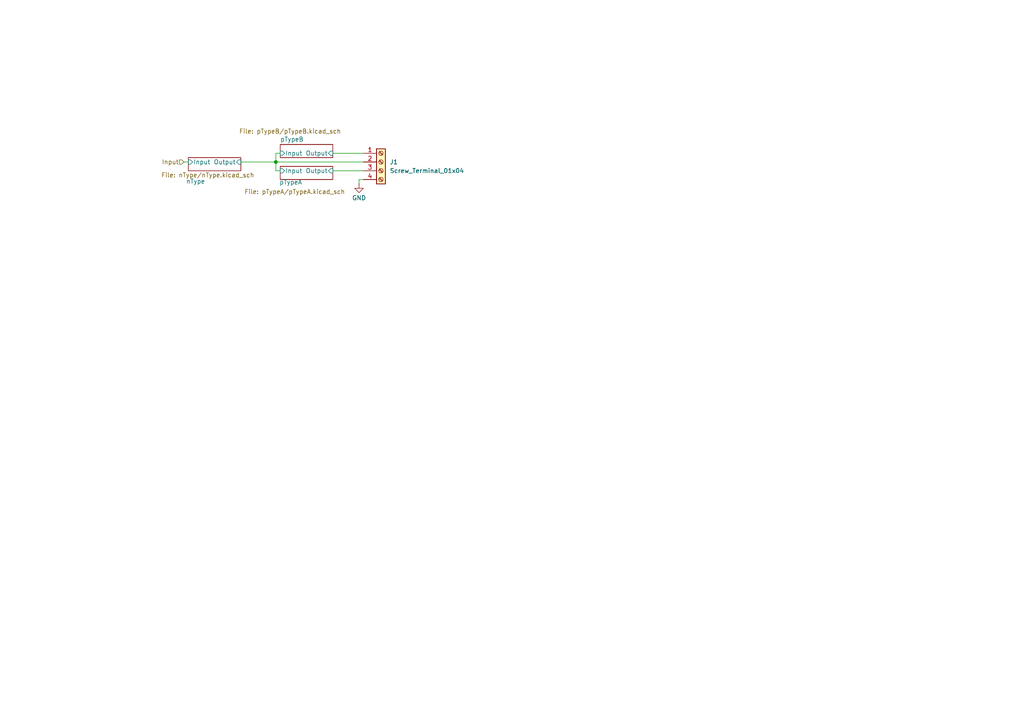
<source format=kicad_sch>
(kicad_sch (version 20231120) (generator "eeschema") (generator_version "8.0")
  (paper "A4")
  (lib_symbols
    (symbol "Connector:Screw_Terminal_01x04" (pin_names (offset 1.016) hide)
      (property "Reference" "J" (at 0 5.08 0))
      (property "Value" "Screw_Terminal_01x04" (at 0 -7.62 0))
      (symbol "Screw_Terminal_01x04_1_1"
        (rectangle (start -1.27 3.81) (end 1.27 -6.35) (stroke (width 0.254)) (fill (type background)))
        (circle (center 0 -5.08) (radius 0.635) (stroke (width 0.1524)))
        (circle (center 0 -2.54) (radius 0.635) (stroke (width 0.1524)))
        (polyline (pts (xy -0.5334 -4.7498) (xy 0.3302 -5.588)) (stroke (width 0.1524)))
        (polyline (pts (xy -0.5334 -2.2098) (xy 0.3302 -3.048)) (stroke (width 0.1524)))
        (polyline (pts (xy -0.5334 0.3302) (xy 0.3302 -0.508)) (stroke (width 0.1524)))
        (polyline (pts (xy -0.5334 2.8702) (xy 0.3302 2.032)) (stroke (width 0.1524)))
        (polyline (pts (xy -0.3556 -4.572) (xy 0.508 -5.4102)) (stroke (width 0.1524)))
        (polyline (pts (xy -0.3556 -2.032) (xy 0.508 -2.8702)) (stroke (width 0.1524)))
        (polyline (pts (xy -0.3556 0.508) (xy 0.508 -0.3302)) (stroke (width 0.1524)))
        (polyline (pts (xy -0.3556 3.048) (xy 0.508 2.2098)) (stroke (width 0.1524)))
        (circle (center 0 0) (radius 0.635) (stroke (width 0.1524)))
        (circle (center 0 2.54) (radius 0.635) (stroke (width 0.1524)))
        (pin passive line (at -5.08 2.54 0) (length 3.81) (name "Pin_1") (number "1"))
        (pin passive line (at -5.08 0 0) (length 3.81) (name "Pin_2") (number "2"))
        (pin passive line (at -5.08 -2.54 0) (length 3.81) (name "Pin_3") (number "3"))
        (pin passive line (at -5.08 -5.08 0) (length 3.81) (name "Pin_4") (number "4"))
      )
    )
    (symbol "power:GND" (power) (pin_numbers hide) (pin_names (offset 0) hide)
      (property "Value" "GND" (at 0 -3.81 0))
      (symbol "GND_0_1"
        (polyline (pts (xy 0 0) (xy 0 -1.27) (xy 1.27 -1.27) (xy 0 -2.54) (xy -1.27 -1.27) (xy 0 -1.27)))
      )
      (symbol "GND_1_1"
        (pin power_in line (at 0 0 270) (length 0) (name "~") (number "1"))
      )
    )
  )
  (junction (at 80.01 46.99))
  (wire (pts (xy 81.28 49.53) (xy 80.01 49.53)))
  (wire (pts (xy 96.52 49.53) (xy 105.41 49.53)))
  (wire (pts (xy 80.01 46.99) (xy 105.41 46.99)))
  (wire (pts (xy 80.01 49.53) (xy 80.01 46.99)))
  (wire (pts (xy 104.14 53.34) (xy 104.14 52.07)))
  (wire (pts (xy 80.01 44.45) (xy 81.28 44.45)))
  (wire (pts (xy 69.85 46.99) (xy 80.01 46.99)))
  (wire (pts (xy 96.52 44.45) (xy 105.41 44.45)))
  (wire (pts (xy 80.01 44.45) (xy 80.01 46.99)))
  (wire (pts (xy 53.34 46.99) (xy 54.61 46.99)))
  (wire (pts (xy 104.14 52.07) (xy 105.41 52.07)))
  (hierarchical_label "Input" (shape input) (at 53.34 46.99 180))
  (symbol (lib_id "power:GND") (at 104.14 53.34 0) (unit 1)
    (property "Reference" "#PWR02" (effects (hide yes)))
    (property "Value" "GND" (at 104.14 57.404 0))
    (property "Description" "Power symbol creates a global label with name \"GND\" , ground" (effects (hide yes)))
  )
  (symbol (lib_id "Connector:Screw_Terminal_01x04") (at 110.49 46.99 0) (unit 1)
    (property "Reference" "J1" (at 113.03 46.9899 0) (effects (justify left)))
    (property "Value" "Screw_Terminal_01x04" (at 113.03 49.5299 0) (effects (justify left)))
    (property "Footprint" "TerminalBlock:TerminalBlock_bornier-4_P5.08mm" (effects (hide yes)))
    (property "Description" "Generic screw terminal, single row, 01x04, script generated (kicad-library-utils/schlib/autogen/connector/)" (effects (hide yes)))
  )
  (sheet (at 81.28 41.91) (size 15.24 3.81) (stroke (width 0.1524))
    (property "Sheetname" "pTypeB" (at 81.28 41.148 0) (effects (justify left bottom)))
    (property "Sheetfile" "pTypeB/pTypeB.kicad_sch" (at 69.342 37.338 0) (effects (justify left top)))
    (pin "Output" input (at 96.52 44.45 0))
    (pin "Input" input (at 81.28 44.45 180))
  )
  (sheet (at 54.61 45.72) (size 15.24 3.81) (stroke (width 0.1524))
    (property "Sheetname" "nType" (at 53.975 53.34 0) (effects (justify left bottom)))
    (property "Sheetfile" "nType/nType.kicad_sch" (at 46.736 50.038 0) (effects (justify left top)))
    (pin "Output" input (at 69.85 46.99 0))
    (pin "Input" input (at 54.61 46.99 180))
  )
  (sheet (at 81.28 48.26) (size 15.24 3.81) (stroke (width 0.1524))
    (property "Sheetname" "pTypeA" (at 81.026 53.594 0) (effects (justify left bottom)))
    (property "Sheetfile" "pTypeA/pTypeA.kicad_sch" (at 70.866 54.864 0) (effects (justify left top)))
    (pin "Output" input (at 96.52 49.53 0))
    (pin "Input" input (at 81.28 49.53 180))
  )
)
</source>
